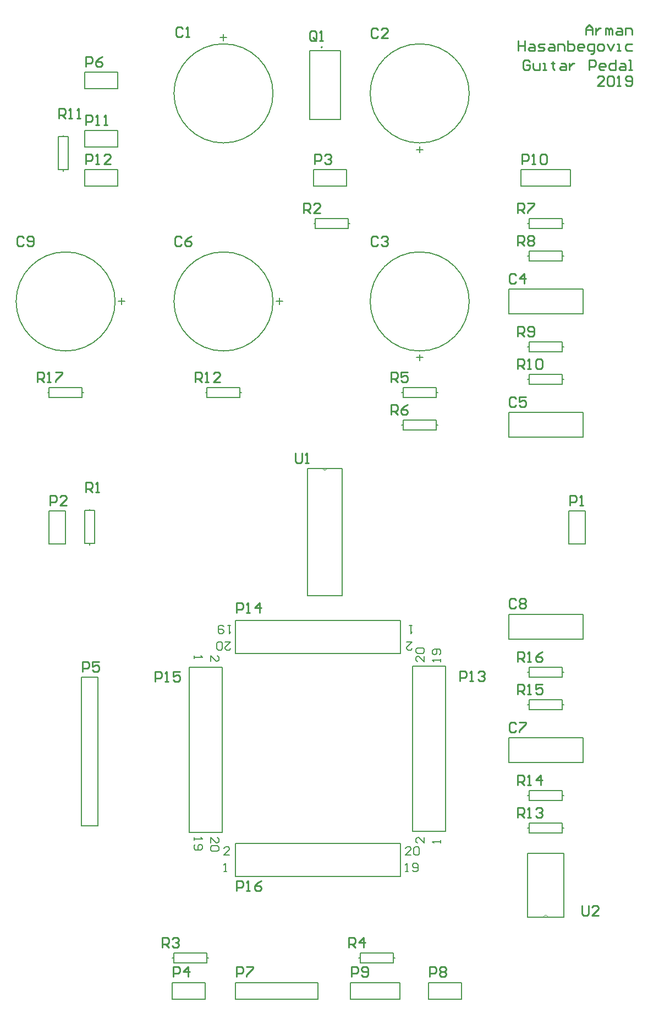
<source format=gto>
G04 Layer_Color=65535*
%FSLAX25Y25*%
%MOIN*%
G70*
G01*
G75*
%ADD25C,0.00010*%
%ADD26C,0.00000*%
%ADD27C,0.00787*%
%ADD28C,0.00600*%
%ADD29C,0.01000*%
%ADD30C,0.00591*%
%ADD31C,0.00800*%
D25*
X336694Y83810D02*
G03*
X334094Y83810I-1300J0D01*
G01*
D26*
X200335Y355665D02*
G03*
X202735Y355665I1200J0D01*
G01*
D27*
X170158Y582677D02*
G03*
X170158Y582677I-30000J0D01*
G01*
X289055D02*
G03*
X289055Y582677I-30000J0D01*
G01*
Y456693D02*
G03*
X289055Y456693I-30000J0D01*
G01*
X170158D02*
G03*
X170158Y456693I-30000J0D01*
G01*
X74488D02*
G03*
X74488Y456693I-30000J0D01*
G01*
X200000Y610669D02*
G03*
X200000Y610669I-394J0D01*
G01*
X312933Y464193D02*
X357933D01*
X312933Y449193D02*
Y464193D01*
Y449193D02*
X357933D01*
Y464193D01*
X312933Y389390D02*
X357933D01*
X312933Y374390D02*
Y389390D01*
Y374390D02*
X357933D01*
Y389390D01*
X312933Y177539D02*
X357933D01*
Y192539D01*
X312933D02*
X357933D01*
X312933Y177539D02*
Y192539D01*
Y252342D02*
X357933D01*
Y267342D01*
X312933D02*
X357933D01*
X312933Y252342D02*
Y267342D01*
X349331Y309961D02*
Y329961D01*
Y309961D02*
X359331D01*
Y329961D01*
X349331D02*
X359331D01*
X44370Y309803D02*
Y329803D01*
X34370D02*
X44370D01*
X34370Y309803D02*
Y329803D01*
Y309803D02*
X44370D01*
X194606Y536496D02*
X214606D01*
X194606Y526496D02*
Y536496D01*
Y526496D02*
X214606D01*
Y536496D01*
X109016Y34370D02*
X129016D01*
Y44370D01*
X109016D02*
X129016D01*
X109016Y34370D02*
Y44370D01*
X64055Y139173D02*
Y229173D01*
X54055D02*
X64055D01*
X54055Y139173D02*
Y229173D01*
Y139173D02*
X64055D01*
X56024Y595551D02*
X76024D01*
X56024Y585551D02*
Y595551D01*
Y585551D02*
X76024D01*
Y595551D01*
X147520Y34370D02*
Y44370D01*
X197520D01*
X147520Y34370D02*
X197520D01*
Y44370D01*
X264528Y34370D02*
X284528D01*
Y44370D01*
X264528D02*
X284528D01*
X264528Y34370D02*
Y44370D01*
X247126Y34370D02*
Y44370D01*
X217126Y34370D02*
X247126D01*
X217126D02*
Y44370D01*
X247126D01*
X350433Y526496D02*
Y536496D01*
X320433Y526496D02*
X350433D01*
X320433D02*
Y536496D01*
X350433D01*
X56024Y560118D02*
X76024D01*
X56024Y550118D02*
Y560118D01*
Y550118D02*
X76024D01*
Y560118D01*
X56024Y536496D02*
X76024D01*
X56024Y526496D02*
Y536496D01*
Y526496D02*
X76024D01*
Y536496D01*
X274843Y143209D02*
Y235709D01*
X254843Y143209D02*
Y235709D01*
Y135709D02*
Y143209D01*
Y135709D02*
X274843D01*
Y143209D01*
X254843Y235709D02*
X274843D01*
X147520Y263661D02*
X240020D01*
X147520Y243661D02*
X240020D01*
X247520D01*
Y263661D01*
X240020D02*
X247520D01*
X147520Y243661D02*
Y263661D01*
X119252Y135079D02*
Y227579D01*
X139252Y135079D02*
Y227579D01*
Y235079D01*
X119252D02*
X139252D01*
X119252Y227579D02*
Y235079D01*
Y135079D02*
X139252D01*
X155020Y108386D02*
X247520D01*
X155020Y128386D02*
X247520D01*
X147520D02*
X155020D01*
X147520Y108386D02*
Y128386D01*
Y108386D02*
X155020D01*
X247520D02*
Y128386D01*
X59055Y330079D02*
Y330979D01*
Y309179D02*
Y310079D01*
Y330079D02*
X62055D01*
Y310079D02*
Y330079D01*
X56055Y310079D02*
X62055D01*
X56055D02*
Y330079D01*
X59055D01*
X195006Y503937D02*
X195906D01*
X215906D02*
X216806D01*
X195906D02*
Y506937D01*
X215906D01*
Y500937D02*
Y506937D01*
X195906Y500937D02*
X215906D01*
X195906D02*
Y503937D01*
X109179Y59055D02*
X110079D01*
X130079D02*
X130979D01*
X110079D02*
Y62055D01*
X130079D01*
Y56055D02*
Y62055D01*
X110079Y56055D02*
X130079D01*
X110079D02*
Y59055D01*
X243071D02*
X243971D01*
X222171D02*
X223071D01*
X243071Y56055D02*
Y59055D01*
X223071Y56055D02*
X243071D01*
X223071D02*
Y62055D01*
X243071D01*
Y59055D02*
Y62055D01*
X269055Y401575D02*
X269955D01*
X248155D02*
X249055D01*
X269055Y398575D02*
Y401575D01*
X249055Y398575D02*
X269055D01*
X249055D02*
Y404575D01*
X269055D01*
Y401575D02*
Y404575D01*
X248155Y381890D02*
X249055D01*
X269055D02*
X269955D01*
X249055D02*
Y384890D01*
X269055D01*
Y378890D02*
Y384890D01*
X249055Y378890D02*
X269055D01*
X249055D02*
Y381890D01*
X324533Y503937D02*
X325433D01*
X345433D02*
X346333D01*
X325433D02*
Y506937D01*
X345433D01*
Y500937D02*
Y506937D01*
X325433Y500937D02*
X345433D01*
X325433D02*
Y503937D01*
X345433Y484252D02*
X346333D01*
X324533D02*
X325433D01*
X345433Y481252D02*
Y484252D01*
X325433Y481252D02*
X345433D01*
X325433D02*
Y487252D01*
X345433D01*
Y484252D02*
Y487252D01*
X324533Y429134D02*
X325433D01*
X345433D02*
X346333D01*
X325433D02*
Y432134D01*
X345433D01*
Y426134D02*
Y432134D01*
X325433Y426134D02*
X345433D01*
X325433D02*
Y429134D01*
X345433Y409449D02*
X346333D01*
X324533D02*
X325433D01*
X345433Y406449D02*
Y409449D01*
X325433Y406449D02*
X345433D01*
X325433D02*
Y412449D01*
X345433D01*
Y409449D02*
Y412449D01*
X42913Y535557D02*
Y536457D01*
Y556457D02*
Y557357D01*
X39913Y536457D02*
X42913D01*
X39913D02*
Y556457D01*
X45913D01*
Y536457D02*
Y556457D01*
X42913Y536457D02*
X45913D01*
X150158Y401575D02*
X151058D01*
X129258D02*
X130158D01*
X150158Y398575D02*
Y401575D01*
X130158Y398575D02*
X150158D01*
X130158D02*
Y404575D01*
X150158D01*
Y401575D02*
Y404575D01*
X345433Y137795D02*
X346333D01*
X324533D02*
X325433D01*
X345433Y134795D02*
Y137795D01*
X325433Y134795D02*
X345433D01*
X325433D02*
Y140795D01*
X345433D01*
Y137795D02*
Y140795D01*
X324533Y157480D02*
X325433D01*
X345433D02*
X346333D01*
X325433D02*
Y160480D01*
X345433D01*
Y154480D02*
Y160480D01*
X325433Y154480D02*
X345433D01*
X325433D02*
Y157480D01*
X345433Y212598D02*
X346333D01*
X324533D02*
X325433D01*
X345433Y209598D02*
Y212598D01*
X325433Y209598D02*
X345433D01*
X325433D02*
Y215598D01*
X345433D01*
Y212598D02*
Y215598D01*
X324533Y232283D02*
X325433D01*
X345433D02*
X346333D01*
X325433D02*
Y235283D01*
X345433D01*
Y229283D02*
Y235283D01*
X325433Y229283D02*
X345433D01*
X325433D02*
Y232283D01*
X33588Y401575D02*
X34488D01*
X54488D02*
X55388D01*
X34488D02*
Y404575D01*
X54488D01*
Y398575D02*
Y404575D01*
X34488Y398575D02*
X54488D01*
X34488D02*
Y401575D01*
D28*
X324394Y83810D02*
X346394D01*
X324394D02*
Y122410D01*
X346394Y83810D02*
Y122410D01*
X324394Y83810D02*
X346394D01*
X324394Y122410D02*
X346394D01*
X191035Y355665D02*
X200335D01*
X212035Y278665D02*
Y355665D01*
X191035Y278665D02*
Y355665D01*
X200335D02*
X202735D01*
X212035D01*
X191035Y278665D02*
X212035D01*
X192520Y566890D02*
Y608386D01*
Y566890D02*
X211024D01*
Y608386D01*
X192520D02*
X211024D01*
D29*
X359652Y618110D02*
Y622109D01*
X361652Y624108D01*
X363651Y622109D01*
Y618110D01*
Y621109D01*
X359652D01*
X365650Y622109D02*
Y618110D01*
Y620110D01*
X366650Y621109D01*
X367650Y622109D01*
X368649D01*
X371648Y618110D02*
Y622109D01*
X372648D01*
X373648Y621109D01*
Y618110D01*
Y621109D01*
X374647Y622109D01*
X375647Y621109D01*
Y618110D01*
X378646Y622109D02*
X380645D01*
X381645Y621109D01*
Y618110D01*
X378646D01*
X377646Y619110D01*
X378646Y620110D01*
X381645D01*
X383645Y618110D02*
Y622109D01*
X386644D01*
X387643Y621109D01*
Y618110D01*
X318666Y614511D02*
Y608513D01*
Y611512D01*
X322664D01*
Y614511D01*
Y608513D01*
X325663Y612511D02*
X327663D01*
X328662Y611512D01*
Y608513D01*
X325663D01*
X324664Y609512D01*
X325663Y610512D01*
X328662D01*
X330662Y608513D02*
X333661D01*
X334660Y609512D01*
X333661Y610512D01*
X331661D01*
X330662Y611512D01*
X331661Y612511D01*
X334660D01*
X337659D02*
X339659D01*
X340658Y611512D01*
Y608513D01*
X337659D01*
X336660Y609512D01*
X337659Y610512D01*
X340658D01*
X342658Y608513D02*
Y612511D01*
X345657D01*
X346656Y611512D01*
Y608513D01*
X348656Y614511D02*
Y608513D01*
X351655D01*
X352655Y609512D01*
Y610512D01*
Y611512D01*
X351655Y612511D01*
X348656D01*
X357653Y608513D02*
X355654D01*
X354654Y609512D01*
Y611512D01*
X355654Y612511D01*
X357653D01*
X358653Y611512D01*
Y610512D01*
X354654D01*
X362651Y606513D02*
X363651D01*
X364651Y607513D01*
Y612511D01*
X361652D01*
X360652Y611512D01*
Y609512D01*
X361652Y608513D01*
X364651D01*
X367650D02*
X369649D01*
X370649Y609512D01*
Y611512D01*
X369649Y612511D01*
X367650D01*
X366650Y611512D01*
Y609512D01*
X367650Y608513D01*
X372648Y612511D02*
X374647Y608513D01*
X376647Y612511D01*
X378646Y608513D02*
X380645D01*
X379646D01*
Y612511D01*
X378646D01*
X387643D02*
X384644D01*
X383645Y611512D01*
Y609512D01*
X384644Y608513D01*
X387643D01*
X325663Y601914D02*
X324664Y602914D01*
X322664D01*
X321665Y601914D01*
Y597915D01*
X322664Y596915D01*
X324664D01*
X325663Y597915D01*
Y599915D01*
X323664D01*
X327663Y600914D02*
Y597915D01*
X328662Y596915D01*
X331661D01*
Y600914D01*
X333661Y596915D02*
X335660D01*
X334660D01*
Y600914D01*
X333661D01*
X339659Y601914D02*
Y600914D01*
X338659D01*
X340658D01*
X339659D01*
Y597915D01*
X340658Y596915D01*
X344657Y600914D02*
X346656D01*
X347656Y599915D01*
Y596915D01*
X344657D01*
X343657Y597915D01*
X344657Y598915D01*
X347656D01*
X349656Y600914D02*
Y596915D01*
Y598915D01*
X350655Y599915D01*
X351655Y600914D01*
X352655D01*
X361652Y596915D02*
Y602914D01*
X364651D01*
X365650Y601914D01*
Y599915D01*
X364651Y598915D01*
X361652D01*
X370649Y596915D02*
X368649D01*
X367650Y597915D01*
Y599915D01*
X368649Y600914D01*
X370649D01*
X371648Y599915D01*
Y598915D01*
X367650D01*
X377646Y602914D02*
Y596915D01*
X374647D01*
X373648Y597915D01*
Y599915D01*
X374647Y600914D01*
X377646D01*
X380645D02*
X382645D01*
X383645Y599915D01*
Y596915D01*
X380645D01*
X379646Y597915D01*
X380645Y598915D01*
X383645D01*
X385644Y596915D02*
X387643D01*
X386644D01*
Y602914D01*
X385644D01*
X370649Y587318D02*
X366650D01*
X370649Y591317D01*
Y592316D01*
X369649Y593316D01*
X367650D01*
X366650Y592316D01*
X372648D02*
X373648Y593316D01*
X375647D01*
X376647Y592316D01*
Y588318D01*
X375647Y587318D01*
X373648D01*
X372648Y588318D01*
Y592316D01*
X378646Y587318D02*
X380645D01*
X379646D01*
Y593316D01*
X378646Y592316D01*
X383645Y588318D02*
X384644Y587318D01*
X386644D01*
X387643Y588318D01*
Y592316D01*
X386644Y593316D01*
X384644D01*
X383645Y592316D01*
Y591317D01*
X384644Y590317D01*
X387643D01*
X357480Y91037D02*
Y86039D01*
X358480Y85039D01*
X360479D01*
X361479Y86039D01*
Y91037D01*
X367477Y85039D02*
X363478D01*
X367477Y89038D01*
Y90038D01*
X366477Y91037D01*
X364478D01*
X363478Y90038D01*
X115416Y621927D02*
X114416Y622927D01*
X112417D01*
X111417Y621927D01*
Y617929D01*
X112417Y616929D01*
X114416D01*
X115416Y617929D01*
X117415Y616929D02*
X119415D01*
X118415D01*
Y622927D01*
X117415Y621927D01*
X233648Y621048D02*
X232649Y622048D01*
X230649D01*
X229650Y621048D01*
Y617049D01*
X230649Y616050D01*
X232649D01*
X233648Y617049D01*
X239646Y616050D02*
X235648D01*
X239646Y620048D01*
Y621048D01*
X238647Y622048D01*
X236647D01*
X235648Y621048D01*
X233648Y495048D02*
X232649Y496048D01*
X230649D01*
X229650Y495048D01*
Y491049D01*
X230649Y490050D01*
X232649D01*
X233648Y491049D01*
X235648Y495048D02*
X236647Y496048D01*
X238647D01*
X239646Y495048D01*
Y494048D01*
X238647Y493049D01*
X237647D01*
X238647D01*
X239646Y492049D01*
Y491049D01*
X238647Y490050D01*
X236647D01*
X235648Y491049D01*
X317548Y472548D02*
X316549Y473548D01*
X314549D01*
X313550Y472548D01*
Y468549D01*
X314549Y467550D01*
X316549D01*
X317548Y468549D01*
X322547Y467550D02*
Y473548D01*
X319548Y470549D01*
X323546D01*
X317548Y397748D02*
X316549Y398748D01*
X314549D01*
X313550Y397748D01*
Y393749D01*
X314549Y392750D01*
X316549D01*
X317548Y393749D01*
X323546Y398748D02*
X319548D01*
Y395749D01*
X321547Y396748D01*
X322547D01*
X323546Y395749D01*
Y393749D01*
X322547Y392750D01*
X320547D01*
X319548Y393749D01*
X114748Y495048D02*
X113749Y496048D01*
X111749D01*
X110750Y495048D01*
Y491049D01*
X111749Y490050D01*
X113749D01*
X114748Y491049D01*
X120746Y496048D02*
X118747Y495048D01*
X116748Y493049D01*
Y491049D01*
X117747Y490050D01*
X119747D01*
X120746Y491049D01*
Y492049D01*
X119747Y493049D01*
X116748D01*
X317548Y200948D02*
X316549Y201948D01*
X314549D01*
X313550Y200948D01*
Y196949D01*
X314549Y195950D01*
X316549D01*
X317548Y196949D01*
X319548Y201948D02*
X323546D01*
Y200948D01*
X319548Y196949D01*
Y195950D01*
X317548Y275748D02*
X316549Y276748D01*
X314549D01*
X313550Y275748D01*
Y271749D01*
X314549Y270750D01*
X316549D01*
X317548Y271749D01*
X319548Y275748D02*
X320547Y276748D01*
X322547D01*
X323546Y275748D01*
Y274748D01*
X322547Y273749D01*
X323546Y272749D01*
Y271749D01*
X322547Y270750D01*
X320547D01*
X319548Y271749D01*
Y272749D01*
X320547Y273749D01*
X319548Y274748D01*
Y275748D01*
X320547Y273749D02*
X322547D01*
X19048Y495048D02*
X18049Y496048D01*
X16049D01*
X15050Y495048D01*
Y491049D01*
X16049Y490050D01*
X18049D01*
X19048Y491049D01*
X21048D02*
X22047Y490050D01*
X24047D01*
X25046Y491049D01*
Y495048D01*
X24047Y496048D01*
X22047D01*
X21048Y495048D01*
Y494048D01*
X22047Y493049D01*
X25046D01*
X349950Y333350D02*
Y339348D01*
X352949D01*
X353948Y338348D01*
Y336349D01*
X352949Y335349D01*
X349950D01*
X355948Y333350D02*
X357947D01*
X356947D01*
Y339348D01*
X355948Y338348D01*
X34950Y333150D02*
Y339148D01*
X37949D01*
X38948Y338148D01*
Y336149D01*
X37949Y335149D01*
X34950D01*
X44946Y333150D02*
X40948D01*
X44946Y337148D01*
Y338148D01*
X43947Y339148D01*
X41947D01*
X40948Y338148D01*
X195250Y539850D02*
Y545848D01*
X198249D01*
X199248Y544848D01*
Y542849D01*
X198249Y541849D01*
X195250D01*
X201248Y544848D02*
X202247Y545848D01*
X204247D01*
X205246Y544848D01*
Y543848D01*
X204247Y542849D01*
X203247D01*
X204247D01*
X205246Y541849D01*
Y540849D01*
X204247Y539850D01*
X202247D01*
X201248Y540849D01*
X109650Y47750D02*
Y53748D01*
X112649D01*
X113648Y52748D01*
Y50749D01*
X112649Y49749D01*
X109650D01*
X118647Y47750D02*
Y53748D01*
X115648Y50749D01*
X119646D01*
X54650Y232550D02*
Y238548D01*
X57649D01*
X58648Y237548D01*
Y235549D01*
X57649Y234549D01*
X54650D01*
X64646Y238548D02*
X60648D01*
Y235549D01*
X62647Y236548D01*
X63647D01*
X64646Y235549D01*
Y233549D01*
X63647Y232550D01*
X61647D01*
X60648Y233549D01*
X56650Y598950D02*
Y604948D01*
X59649D01*
X60648Y603948D01*
Y601949D01*
X59649Y600949D01*
X56650D01*
X66646Y604948D02*
X64647Y603948D01*
X62648Y601949D01*
Y599949D01*
X63647Y598950D01*
X65647D01*
X66646Y599949D01*
Y600949D01*
X65647Y601949D01*
X62648D01*
X148150Y47750D02*
Y53748D01*
X151149D01*
X152148Y52748D01*
Y50749D01*
X151149Y49749D01*
X148150D01*
X154148Y53748D02*
X158146D01*
Y52748D01*
X154148Y48749D01*
Y47750D01*
X265150D02*
Y53748D01*
X268149D01*
X269148Y52748D01*
Y50749D01*
X268149Y49749D01*
X265150D01*
X271148Y52748D02*
X272147Y53748D01*
X274147D01*
X275146Y52748D01*
Y51748D01*
X274147Y50749D01*
X275146Y49749D01*
Y48749D01*
X274147Y47750D01*
X272147D01*
X271148Y48749D01*
Y49749D01*
X272147Y50749D01*
X271148Y51748D01*
Y52748D01*
X272147Y50749D02*
X274147D01*
X217750Y47750D02*
Y53748D01*
X220749D01*
X221748Y52748D01*
Y50749D01*
X220749Y49749D01*
X217750D01*
X223748Y48749D02*
X224747Y47750D01*
X226747D01*
X227746Y48749D01*
Y52748D01*
X226747Y53748D01*
X224747D01*
X223748Y52748D01*
Y51748D01*
X224747Y50749D01*
X227746D01*
X321050Y539850D02*
Y545848D01*
X324049D01*
X325048Y544848D01*
Y542849D01*
X324049Y541849D01*
X321050D01*
X327048Y539850D02*
X329047D01*
X328047D01*
Y545848D01*
X327048Y544848D01*
X332046D02*
X333046Y545848D01*
X335045D01*
X336045Y544848D01*
Y540849D01*
X335045Y539850D01*
X333046D01*
X332046Y540849D01*
Y544848D01*
X56650Y563550D02*
Y569548D01*
X59649D01*
X60648Y568548D01*
Y566549D01*
X59649Y565549D01*
X56650D01*
X62648Y563550D02*
X64647D01*
X63647D01*
Y569548D01*
X62648Y568548D01*
X67646Y563550D02*
X69645D01*
X68646D01*
Y569548D01*
X67646Y568548D01*
X56650Y539850D02*
Y545848D01*
X59649D01*
X60648Y544848D01*
Y542849D01*
X59649Y541849D01*
X56650D01*
X62648Y539850D02*
X64647D01*
X63647D01*
Y545848D01*
X62648Y544848D01*
X71645Y539850D02*
X67646D01*
X71645Y543848D01*
Y544848D01*
X70645Y545848D01*
X68646D01*
X67646Y544848D01*
X283465Y226772D02*
Y232770D01*
X286464D01*
X287463Y231770D01*
Y229771D01*
X286464Y228771D01*
X283465D01*
X289463Y226772D02*
X291462D01*
X290462D01*
Y232770D01*
X289463Y231770D01*
X294461D02*
X295461Y232770D01*
X297460D01*
X298460Y231770D01*
Y230770D01*
X297460Y229771D01*
X296460D01*
X297460D01*
X298460Y228771D01*
Y227771D01*
X297460Y226772D01*
X295461D01*
X294461Y227771D01*
X148031Y268347D02*
Y274344D01*
X151031D01*
X152030Y273345D01*
Y271345D01*
X151031Y270346D01*
X148031D01*
X154030Y268347D02*
X156029D01*
X155029D01*
Y274344D01*
X154030Y273345D01*
X162027Y268347D02*
Y274344D01*
X159028Y271345D01*
X163027D01*
X98819Y226693D02*
Y232691D01*
X101818D01*
X102818Y231691D01*
Y229692D01*
X101818Y228692D01*
X98819D01*
X104817Y226693D02*
X106816D01*
X105817D01*
Y232691D01*
X104817Y231691D01*
X113814Y232691D02*
X109815D01*
Y229692D01*
X111815Y230692D01*
X112814D01*
X113814Y229692D01*
Y227693D01*
X112814Y226693D01*
X110815D01*
X109815Y227693D01*
X148031Y99764D02*
Y105762D01*
X151031D01*
X152030Y104762D01*
Y102763D01*
X151031Y101763D01*
X148031D01*
X154030Y99764D02*
X156029D01*
X155029D01*
Y105762D01*
X154030Y104762D01*
X163027Y105762D02*
X161027Y104762D01*
X159028Y102763D01*
Y100763D01*
X160028Y99764D01*
X162027D01*
X163027Y100763D01*
Y101763D01*
X162027Y102763D01*
X159028D01*
X196448Y615449D02*
Y619448D01*
X195449Y620448D01*
X193449D01*
X192450Y619448D01*
Y615449D01*
X193449Y614450D01*
X195449D01*
X194449Y616449D02*
X196448Y614450D01*
X195449D02*
X196448Y615449D01*
X198448Y614450D02*
X200447D01*
X199447D01*
Y620448D01*
X198448Y619448D01*
X56650Y341250D02*
Y347248D01*
X59649D01*
X60648Y346248D01*
Y344249D01*
X59649Y343249D01*
X56650D01*
X58649D02*
X60648Y341250D01*
X62648D02*
X64647D01*
X63647D01*
Y347248D01*
X62648Y346248D01*
X188750Y510350D02*
Y516348D01*
X191749D01*
X192748Y515348D01*
Y513349D01*
X191749Y512349D01*
X188750D01*
X190749D02*
X192748Y510350D01*
X198746D02*
X194748D01*
X198746Y514348D01*
Y515348D01*
X197747Y516348D01*
X195747D01*
X194748Y515348D01*
X102950Y65450D02*
Y71448D01*
X105949D01*
X106948Y70448D01*
Y68449D01*
X105949Y67449D01*
X102950D01*
X104949D02*
X106948Y65450D01*
X108948Y70448D02*
X109947Y71448D01*
X111947D01*
X112946Y70448D01*
Y69448D01*
X111947Y68449D01*
X110947D01*
X111947D01*
X112946Y67449D01*
Y66449D01*
X111947Y65450D01*
X109947D01*
X108948Y66449D01*
X215950Y65450D02*
Y71448D01*
X218949D01*
X219948Y70448D01*
Y68449D01*
X218949Y67449D01*
X215950D01*
X217949D02*
X219948Y65450D01*
X224947D02*
Y71448D01*
X221948Y68449D01*
X225946D01*
X241850Y407950D02*
Y413948D01*
X244849D01*
X245848Y412948D01*
Y410949D01*
X244849Y409949D01*
X241850D01*
X243849D02*
X245848Y407950D01*
X251846Y413948D02*
X247848D01*
Y410949D01*
X249847Y411948D01*
X250847D01*
X251846Y410949D01*
Y408949D01*
X250847Y407950D01*
X248847D01*
X247848Y408949D01*
X241850Y388250D02*
Y394248D01*
X244849D01*
X245848Y393248D01*
Y391249D01*
X244849Y390249D01*
X241850D01*
X243849D02*
X245848Y388250D01*
X251846Y394248D02*
X249847Y393248D01*
X247848Y391249D01*
Y389249D01*
X248847Y388250D01*
X250847D01*
X251846Y389249D01*
Y390249D01*
X250847Y391249D01*
X247848D01*
X318250Y510350D02*
Y516348D01*
X321249D01*
X322248Y515348D01*
Y513349D01*
X321249Y512349D01*
X318250D01*
X320249D02*
X322248Y510350D01*
X324248Y516348D02*
X328246D01*
Y515348D01*
X324248Y511349D01*
Y510350D01*
X318250Y490650D02*
Y496648D01*
X321249D01*
X322248Y495648D01*
Y493649D01*
X321249Y492649D01*
X318250D01*
X320249D02*
X322248Y490650D01*
X324248Y495648D02*
X325247Y496648D01*
X327247D01*
X328246Y495648D01*
Y494648D01*
X327247Y493649D01*
X328246Y492649D01*
Y491649D01*
X327247Y490650D01*
X325247D01*
X324248Y491649D01*
Y492649D01*
X325247Y493649D01*
X324248Y494648D01*
Y495648D01*
X325247Y493649D02*
X327247D01*
X318250Y435550D02*
Y441548D01*
X321249D01*
X322248Y440548D01*
Y438549D01*
X321249Y437549D01*
X318250D01*
X320249D02*
X322248Y435550D01*
X324248Y436549D02*
X325247Y435550D01*
X327247D01*
X328246Y436549D01*
Y440548D01*
X327247Y441548D01*
X325247D01*
X324248Y440548D01*
Y439548D01*
X325247Y438549D01*
X328246D01*
X318250Y415850D02*
Y421848D01*
X321249D01*
X322248Y420848D01*
Y418849D01*
X321249Y417849D01*
X318250D01*
X320249D02*
X322248Y415850D01*
X324248D02*
X326247D01*
X325247D01*
Y421848D01*
X324248Y420848D01*
X329246D02*
X330246Y421848D01*
X332245D01*
X333245Y420848D01*
Y416849D01*
X332245Y415850D01*
X330246D01*
X329246Y416849D01*
Y420848D01*
X40548Y567571D02*
Y573569D01*
X43547D01*
X44547Y572569D01*
Y570570D01*
X43547Y569570D01*
X40548D01*
X42547D02*
X44547Y567571D01*
X46546D02*
X48545D01*
X47546D01*
Y573569D01*
X46546Y572569D01*
X51544Y567571D02*
X53544D01*
X52544D01*
Y573569D01*
X51544Y572569D01*
X123050Y407950D02*
Y413948D01*
X126049D01*
X127048Y412948D01*
Y410949D01*
X126049Y409949D01*
X123050D01*
X125049D02*
X127048Y407950D01*
X129048D02*
X131047D01*
X130047D01*
Y413948D01*
X129048Y412948D01*
X138045Y407950D02*
X134046D01*
X138045Y411948D01*
Y412948D01*
X137045Y413948D01*
X135046D01*
X134046Y412948D01*
X318250Y144150D02*
Y150148D01*
X321249D01*
X322248Y149148D01*
Y147149D01*
X321249Y146149D01*
X318250D01*
X320249D02*
X322248Y144150D01*
X324248D02*
X326247D01*
X325247D01*
Y150148D01*
X324248Y149148D01*
X329246D02*
X330246Y150148D01*
X332245D01*
X333245Y149148D01*
Y148148D01*
X332245Y147149D01*
X331245D01*
X332245D01*
X333245Y146149D01*
Y145149D01*
X332245Y144150D01*
X330246D01*
X329246Y145149D01*
X318250Y163850D02*
Y169848D01*
X321249D01*
X322248Y168848D01*
Y166849D01*
X321249Y165849D01*
X318250D01*
X320249D02*
X322248Y163850D01*
X324248D02*
X326247D01*
X325247D01*
Y169848D01*
X324248Y168848D01*
X332245Y163850D02*
Y169848D01*
X329246Y166849D01*
X333245D01*
X318250Y218950D02*
Y224948D01*
X321249D01*
X322248Y223948D01*
Y221949D01*
X321249Y220949D01*
X318250D01*
X320249D02*
X322248Y218950D01*
X324248D02*
X326247D01*
X325247D01*
Y224948D01*
X324248Y223948D01*
X333245Y224948D02*
X329246D01*
Y221949D01*
X331245Y222948D01*
X332245D01*
X333245Y221949D01*
Y219949D01*
X332245Y218950D01*
X330246D01*
X329246Y219949D01*
X318250Y238650D02*
Y244648D01*
X321249D01*
X322248Y243648D01*
Y241649D01*
X321249Y240649D01*
X318250D01*
X320249D02*
X322248Y238650D01*
X324248D02*
X326247D01*
X325247D01*
Y244648D01*
X324248Y243648D01*
X333245Y244648D02*
X331245Y243648D01*
X329246Y241649D01*
Y239649D01*
X330246Y238650D01*
X332245D01*
X333245Y239649D01*
Y240649D01*
X332245Y241649D01*
X329246D01*
X27350Y407950D02*
Y413948D01*
X30349D01*
X31348Y412948D01*
Y410949D01*
X30349Y409949D01*
X27350D01*
X29349D02*
X31348Y407950D01*
X33348D02*
X35347D01*
X34347D01*
Y413948D01*
X33348Y412948D01*
X38346Y413948D02*
X42345D01*
Y412948D01*
X38346Y408949D01*
Y407950D01*
X183846Y364982D02*
Y359984D01*
X184845Y358984D01*
X186845D01*
X187844Y359984D01*
Y364982D01*
X189844Y358984D02*
X191843D01*
X190843D01*
Y364982D01*
X189844Y363983D01*
D30*
X140106Y614692D02*
Y618628D01*
X138139Y616660D02*
X142074D01*
X259106Y550662D02*
Y546726D01*
X261074Y548694D02*
X257138D01*
X259106Y424678D02*
Y420742D01*
X261074Y422710D02*
X257138D01*
X172173Y456744D02*
X176109D01*
X174141Y458712D02*
Y454776D01*
X76503Y456744D02*
X80439D01*
X78471Y458712D02*
Y454776D01*
D31*
X261842Y132072D02*
Y128740D01*
X258510Y132072D01*
X257677D01*
X256844Y131239D01*
Y129573D01*
X257677Y128740D01*
X271843D02*
Y130406D01*
Y129573D01*
X266844D01*
X267677Y128740D01*
X271843Y238677D02*
Y240343D01*
Y239510D01*
X266844D01*
X267677Y238677D01*
X271009Y242843D02*
X271843Y243676D01*
Y245342D01*
X271009Y246175D01*
X267677D01*
X266844Y245342D01*
Y243676D01*
X267677Y242843D01*
X268510D01*
X269343Y243676D01*
Y246175D01*
X261842Y242009D02*
Y238677D01*
X258510Y242009D01*
X257677D01*
X256844Y241176D01*
Y239510D01*
X257677Y238677D01*
Y243676D02*
X256844Y244509D01*
Y246175D01*
X257677Y247008D01*
X261010D01*
X261842Y246175D01*
Y244509D01*
X261010Y243676D01*
X257677D01*
X251156Y250661D02*
X254488D01*
X251156Y247329D01*
Y246496D01*
X251989Y245663D01*
X253655D01*
X254488Y246496D01*
Y260661D02*
X252822D01*
X253655D01*
Y255663D01*
X254488Y256496D01*
X144551Y260661D02*
X142885D01*
X143718D01*
Y255663D01*
X144551Y256496D01*
X140386Y259828D02*
X139553Y260661D01*
X137887D01*
X137054Y259828D01*
Y256496D01*
X137887Y255663D01*
X139553D01*
X140386Y256496D01*
Y257329D01*
X139553Y258162D01*
X137054D01*
X141219Y250661D02*
X144551D01*
X141219Y247329D01*
Y246496D01*
X142052Y245663D01*
X143718D01*
X144551Y246496D01*
X139553D02*
X138720Y245663D01*
X137054D01*
X136221Y246496D01*
Y249828D01*
X137054Y250661D01*
X138720D01*
X139553Y249828D01*
Y246496D01*
X132252Y238715D02*
Y242047D01*
X135584Y238715D01*
X136417D01*
X137250Y239548D01*
Y241214D01*
X136417Y242047D01*
X122252D02*
Y240381D01*
Y241214D01*
X127250D01*
X126417Y242047D01*
X122252Y132110D02*
Y130444D01*
Y131277D01*
X127250D01*
X126417Y132110D01*
X123085Y127945D02*
X122252Y127112D01*
Y125446D01*
X123085Y124613D01*
X126417D01*
X127250Y125446D01*
Y127112D01*
X126417Y127945D01*
X125584D01*
X124751Y127112D01*
Y124613D01*
X132252Y128778D02*
Y132110D01*
X135584Y128778D01*
X136417D01*
X137250Y129611D01*
Y131277D01*
X136417Y132110D01*
Y127112D02*
X137250Y126279D01*
Y124613D01*
X136417Y123780D01*
X133085D01*
X132252Y124613D01*
Y126279D01*
X133085Y127112D01*
X136417D01*
X143883Y121386D02*
X140551D01*
X143883Y124718D01*
Y125551D01*
X143050Y126384D01*
X141384D01*
X140551Y125551D01*
Y111386D02*
X142217D01*
X141384D01*
Y116384D01*
X140551Y115551D01*
X250488Y111386D02*
X252154D01*
X251321D01*
Y116384D01*
X250488Y115551D01*
X254654Y112219D02*
X255487Y111386D01*
X257153D01*
X257986Y112219D01*
Y115551D01*
X257153Y116384D01*
X255487D01*
X254654Y115551D01*
Y114718D01*
X255487Y113885D01*
X257986D01*
X253820Y121386D02*
X250488D01*
X253820Y124718D01*
Y125551D01*
X252987Y126384D01*
X251321D01*
X250488Y125551D01*
X255487D02*
X256320Y126384D01*
X257986D01*
X258819Y125551D01*
Y122219D01*
X257986Y121386D01*
X256320D01*
X255487Y122219D01*
Y125551D01*
M02*

</source>
